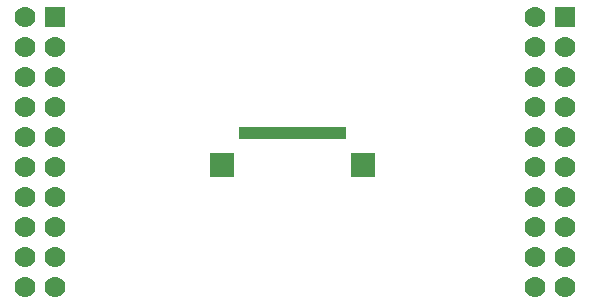
<source format=gbr>
G04 EAGLE Gerber RS-274X export*
G75*
%MOMM*%
%FSLAX34Y34*%
%LPD*%
%INSoldermask Top*%
%IPPOS*%
%AMOC8*
5,1,8,0,0,1.08239X$1,22.5*%
G01*
%ADD10R,1.778200X1.778200*%
%ADD11C,1.778200*%
%ADD12R,2.143200X2.003200*%
%ADD13R,0.503200X1.103200*%


D10*
X46990Y251460D03*
D11*
X21590Y251460D03*
X46990Y226060D03*
X21590Y226060D03*
X46990Y200660D03*
X21590Y200660D03*
X46990Y175260D03*
X21590Y175260D03*
X46990Y149860D03*
X21590Y149860D03*
X46990Y124460D03*
X21590Y124460D03*
X46990Y99060D03*
X21590Y99060D03*
X46990Y73660D03*
X21590Y73660D03*
X46990Y48260D03*
X21590Y48260D03*
X46990Y22860D03*
X21590Y22860D03*
D10*
X478790Y251460D03*
D11*
X453390Y251460D03*
X478790Y226060D03*
X453390Y226060D03*
X478790Y200660D03*
X453390Y200660D03*
X478790Y175260D03*
X453390Y175260D03*
X478790Y149860D03*
X453390Y149860D03*
X478790Y124460D03*
X453390Y124460D03*
X478790Y99060D03*
X453390Y99060D03*
X478790Y73660D03*
X453390Y73660D03*
X478790Y48260D03*
X453390Y48260D03*
X478790Y22860D03*
X453390Y22860D03*
D12*
X308162Y126148D03*
D13*
X205912Y153648D03*
X210912Y153648D03*
X215912Y153648D03*
X220912Y153648D03*
X225912Y153648D03*
X230912Y153648D03*
X235912Y153648D03*
X240912Y153648D03*
X245912Y153648D03*
X250912Y153648D03*
X255912Y153648D03*
X260912Y153648D03*
X265912Y153648D03*
X270912Y153648D03*
X275912Y153648D03*
X280912Y153648D03*
X285912Y153648D03*
X290912Y153648D03*
D12*
X188732Y126178D03*
M02*

</source>
